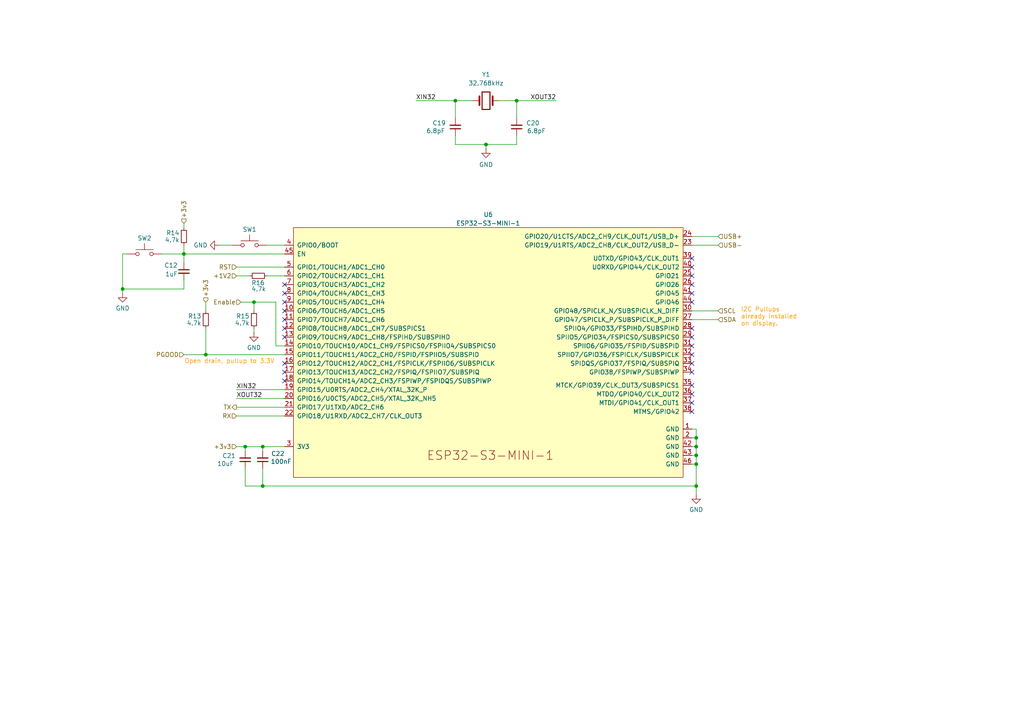
<source format=kicad_sch>
(kicad_sch (version 20231120) (generator "eeschema") (generator_version "8.0")
  (paper "A4")
  (title_block (title "Blockchain Guard") (date "2025-01-03") (rev "1.0.0") (company "Blockchain Guards UG"))
  (lib_symbols
    (symbol "Device:C_Small" (pin_numbers hide) (pin_names (offset 0.254) hide)
      (property "Reference" "C" (at 0.254 1.778 0))
      (property "Value" "C_Small" (at 0.254 -2.032 0))
      (symbol "C_Small_0_1"
        (polyline (pts (xy -1.524 -0.508) (xy 1.524 -0.508)) (stroke (width 0.3302)))
        (polyline (pts (xy -1.524 0.508) (xy 1.524 0.508)) (stroke (width 0.3048)))
      )
      (symbol "C_Small_1_1"
        (pin passive line (at 0 2.54 270) (length 2.032) (name "~") (number "1"))
        (pin passive line (at 0 -2.54 90) (length 2.032) (name "~") (number "2"))
      )
    )
    (symbol "Device:Crystal" (pin_numbers hide) (pin_names (offset 1.016) hide)
      (property "Reference" "Y" (at 0 3.81 0))
      (property "Value" "Crystal" (at 0 -3.81 0))
      (symbol "Crystal_0_1"
        (rectangle (start -1.143 2.54) (end 1.143 -2.54) (stroke (width 0.3048)))
        (polyline (pts (xy -2.54 0) (xy -1.905 0)))
        (polyline (pts (xy -1.905 -1.27) (xy -1.905 1.27)) (stroke (width 0.508)))
        (polyline (pts (xy 1.905 -1.27) (xy 1.905 1.27)) (stroke (width 0.508)))
        (polyline (pts (xy 2.54 0) (xy 1.905 0)))
      )
      (symbol "Crystal_1_1"
        (pin passive line (at -3.81 0 0) (length 1.27) (name "1") (number "1"))
        (pin passive line (at 3.81 0 180) (length 1.27) (name "2") (number "2"))
      )
    )
    (symbol "Device:R_Small" (pin_numbers hide) (pin_names (offset 0.254) hide)
      (property "Reference" "R" (at 0.762 0.508 0))
      (property "Value" "R_Small" (at 0.762 -1.016 0))
      (symbol "R_Small_0_1"
        (rectangle (start -0.762 1.778) (end 0.762 -1.778) (stroke (width 0.2032)))
      )
      (symbol "R_Small_1_1"
        (pin passive line (at 0 2.54 270) (length 0.762) (name "~") (number "1"))
        (pin passive line (at 0 -2.54 90) (length 0.762) (name "~") (number "2"))
      )
    )
    (symbol "Espressif:ESP32-S3-MINI-1" (pin_names (offset 1.016))
      (property "Reference" "U" (at 0 35.56 0))
      (property "Value" "ESP32-S3-MINI-1" (at 0 -39.37 0))
      (symbol "ESP32-S3-MINI-1_0_0"
        (rectangle (start -57.15 34.29) (end 55.88 -38.1) (fill (type background)))
        (text "ESP32-S3-MINI-1" (at 0 -31.75 0) (effects (font (size 2.54 2.54))))
        (pin power_in line (at 58.42 -24.13 180) (length 2.54) (name "GND") (number "1"))
        (pin bidirectional line (at -59.69 10.16 0) (length 2.54) (name "GPIO6/TOUCH6/ADC1_CH5") (number "10"))
        (pin bidirectional line (at -59.69 7.62 0) (length 2.54) (name "GPIO7/TOUCH7/ADC1_CH6") (number "11"))
        (pin bidirectional line (at -59.69 5.08 0) (length 2.54) (name "GPIO8/TOUCH8/ADC1_CH7/SUBSPICS1") (number "12"))
        (pin bidirectional line (at -59.69 2.54 0) (length 2.54) (name "GPIO9/TOUCH9/ADC1_CH8/FSPIHD/SUBSPIHD") (number "13"))
        (pin bidirectional line (at -59.69 0 0) (length 2.54) (name "GPIO10/TOUCH10/ADC1_CH9/FSPICS0/FSPIIO4/SUBSPICS0") (number "14"))
        (pin bidirectional line (at -59.69 -2.54 0) (length 2.54) (name "GPIO11/TOUCH11/ADC2_CH0/FSPID/FSPIIO5/SUBSPID") (number "15"))
        (pin bidirectional line (at -59.69 -5.08 0) (length 2.54) (name "GPIO12/TOUCH12/ADC2_CH1/FSPICLK/FSPIIO6/SUBSPICLK") (number "16"))
        (pin bidirectional line (at -59.69 -7.62 0) (length 2.54) (name "GPIO13/TOUCH13/ADC2_CH2/FSPIQ/FSPIIO7/SUBSPIQ") (number "17"))
        (pin bidirectional line (at -59.69 -10.16 0) (length 2.54) (name "GPIO14/TOUCH14/ADC2_CH3/FSPIWP/FSPIDQS/SUBSPIWP") (number "18"))
        (pin bidirectional line (at -59.69 -12.7 0) (length 2.54) (name "GPIO15/U0RTS/ADC2_CH4/XTAL_32K_P") (number "19"))
        (pin power_in line (at 58.42 -26.67 180) (length 2.54) (name "GND") (number "2"))
        (pin bidirectional line (at -59.69 -15.24 0) (length 2.54) (name "GPIO16/U0CTS/ADC2_CH5/XTAL_32K_NH5") (number "20"))
        (pin bidirectional line (at -59.69 -17.78 0) (length 2.54) (name "GPIO17/U1TXD/ADC2_CH6") (number "21"))
        (pin bidirectional line (at -59.69 -20.32 0) (length 2.54) (name "GPIO18/U1RXD/ADC2_CH7/CLK_OUT3") (number "22"))
        (pin bidirectional line (at 58.42 29.21 180) (length 2.54) (name "GPIO19/U1RTS/ADC2_CH8/CLK_OUT2/USB_D-") (number "23"))
        (pin bidirectional line (at 58.42 31.75 180) (length 2.54) (name "GPIO20/U1CTS/ADC2_CH9/CLK_OUT1/USB_D+") (number "24"))
        (pin bidirectional line (at 58.42 20.32 180) (length 2.54) (name "GPIO21") (number "25"))
        (pin bidirectional line (at 58.42 17.78 180) (length 2.54) (name "GPIO26") (number "26"))
        (pin bidirectional line (at 58.42 7.62 180) (length 2.54) (name "GPIO47/SPICLK_P/SUBSPICLK_P_DIFF") (number "27"))
        (pin bidirectional line (at 58.42 5.08 180) (length 2.54) (name "SPIIO4/GPIO33/FSPIHD/SUBSPIHD") (number "28"))
        (pin bidirectional line (at 58.42 2.54 180) (length 2.54) (name "SPIIO5/GPIO34/FSPICS0/SUBSPICS0") (number "29"))
        (pin power_in line (at -59.69 -29.21 0) (length 2.54) (name "3V3") (number "3"))
        (pin bidirectional line (at 58.42 10.16 180) (length 2.54) (name "GPIO48/SPICLK_N/SUBSPICLK_N_DIFF") (number "30"))
        (pin bidirectional line (at 58.42 0 180) (length 2.54) (name "SPIIO6/GPIO35/FSPID/SUBSPID") (number "31"))
        (pin bidirectional line (at 58.42 -2.54 180) (length 2.54) (name "SPIIO7/GPIO36/FSPICLK/SUBSPICLK") (number "32"))
        (pin bidirectional line (at 58.42 -5.08 180) (length 2.54) (name "SPIDQS/GPIO37/FSPIQ/SUBSPIQ") (number "33"))
        (pin bidirectional line (at 58.42 -7.62 180) (length 2.54) (name "GPIO38/FSPIWP/SUBSPIWP") (number "34"))
        (pin bidirectional line (at 58.42 -11.43 180) (length 2.54) (name "MTCK/GPIO39/CLK_OUT3/SUBSPICS1") (number "35"))
        (pin bidirectional line (at 58.42 -13.97 180) (length 2.54) (name "MTDO/GPIO40/CLK_OUT2") (number "36"))
        (pin bidirectional line (at 58.42 -16.51 180) (length 2.54) (name "MTDI/GPIO41/CLK_OUT1") (number "37"))
        (pin bidirectional line (at 58.42 -19.05 180) (length 2.54) (name "MTMS/GPIO42") (number "38"))
        (pin bidirectional line (at 58.42 25.4 180) (length 2.54) (name "U0TXD/GPIO43/CLK_OUT1") (number "39"))
        (pin bidirectional line (at -59.69 29.21 0) (length 2.54) (name "GPIO0/BOOT") (number "4"))
        (pin bidirectional line (at 58.42 22.86 180) (length 2.54) (name "U0RXD/GPIO44/CLK_OUT2") (number "40"))
        (pin bidirectional line (at 58.42 15.24 180) (length 2.54) (name "GPIO45") (number "41"))
        (pin power_in line (at 58.42 -29.21 180) (length 2.54) (name "GND") (number "42"))
        (pin power_in line (at 58.42 -31.75 180) (length 2.54) (name "GND") (number "43"))
        (pin bidirectional line (at 58.42 12.7 180) (length 2.54) (name "GPIO46") (number "44"))
        (pin input line (at -59.69 26.67 0) (length 2.54) (name "EN") (number "45"))
        (pin power_in line (at 58.42 -34.29 180) (length 2.54) (name "GND") (number "46"))
        (pin bidirectional line (at -59.69 22.86 0) (length 2.54) (name "GPIO1/TOUCH1/ADC1_CH0") (number "5"))
        (pin bidirectional line (at -59.69 20.32 0) (length 2.54) (name "GPIO2/TOUCH2/ADC1_CH1") (number "6"))
        (pin bidirectional line (at -59.69 17.78 0) (length 2.54) (name "GPIO3/TOUCH3/ADC1_CH2") (number "7"))
        (pin bidirectional line (at -59.69 15.24 0) (length 2.54) (name "GPIO4/TOUCH4/ADC1_CH3") (number "8"))
        (pin bidirectional line (at -59.69 12.7 0) (length 2.54) (name "GPIO5/TOUCH5/ADC1_CH4") (number "9"))
      )
    )
    (symbol "Switch:SW_Push" (pin_numbers hide) (pin_names (offset 1.016) hide)
      (property "Reference" "SW" (at 1.27 2.54 0))
      (property "Value" "SW_Push" (at 0 -1.524 0))
      (symbol "SW_Push_0_1"
        (circle (center -2.032 0) (radius 0.508))
        (polyline (pts (xy 0 1.27) (xy 0 3.048)))
        (polyline (pts (xy 2.54 1.27) (xy -2.54 1.27)))
        (circle (center 2.032 0) (radius 0.508))
        (pin passive line (at -5.08 0 0) (length 2.54) (name "1") (number "1"))
        (pin passive line (at 5.08 0 180) (length 2.54) (name "2") (number "2"))
      )
    )
    (symbol "power:GND" (power) (pin_numbers hide) (pin_names (offset 0) hide)
      (property "Value" "GND" (at 0 -3.81 0))
      (symbol "GND_0_1"
        (polyline (pts (xy 0 0) (xy 0 -1.27) (xy 1.27 -1.27) (xy 0 -2.54) (xy -1.27 -1.27) (xy 0 -1.27)))
      )
      (symbol "GND_1_1"
        (pin power_in line (at 0 0 270) (length 0) (name "~") (number "1"))
      )
    )
  )
  (junction (at 59.69 102.87))
  (junction (at 71.12 129.54))
  (junction (at 53.34 73.66))
  (junction (at 201.93 127))
  (junction (at 73.66 87.63))
  (junction (at 201.93 132.08))
  (junction (at 132.08 29.21))
  (junction (at 201.93 134.62))
  (junction (at 201.93 140.97))
  (junction (at 35.56 83.82))
  (junction (at 140.97 41.91))
  (junction (at 76.2 129.54))
  (junction (at 149.86 29.21))
  (junction (at 201.93 129.54))
  (junction (at 76.2 140.97))
  (no_connect (at 200.66 97.79))
  (no_connect (at 82.55 110.49))
  (no_connect (at 200.66 80.01))
  (no_connect (at 200.66 95.25))
  (no_connect (at 82.55 97.79))
  (no_connect (at 82.55 85.09))
  (no_connect (at 200.66 111.76))
  (no_connect (at 82.55 107.95))
  (no_connect (at 82.55 105.41))
  (no_connect (at 200.66 87.63))
  (no_connect (at 200.66 102.87))
  (no_connect (at 82.55 82.55))
  (no_connect (at 200.66 82.55))
  (no_connect (at 200.66 100.33))
  (no_connect (at 200.66 105.41))
  (no_connect (at 200.66 116.84))
  (no_connect (at 200.66 77.47))
  (no_connect (at 200.66 74.93))
  (no_connect (at 82.55 95.25))
  (no_connect (at 200.66 114.3))
  (no_connect (at 200.66 107.95))
  (no_connect (at 200.66 119.38))
  (no_connect (at 200.66 85.09))
  (no_connect (at 82.55 87.63))
  (no_connect (at 82.55 90.17))
  (no_connect (at 82.55 92.71))
  (wire (pts (xy 200.66 71.12) (xy 208.28 71.12)))
  (wire (pts (xy 69.85 87.63) (xy 73.66 87.63)))
  (wire (pts (xy 200.66 68.58) (xy 208.28 68.58)))
  (wire (pts (xy 35.56 73.66) (xy 36.83 73.66)))
  (wire (pts (xy 201.93 129.54) (xy 201.93 132.08)))
  (wire (pts (xy 132.08 41.91) (xy 140.97 41.91)))
  (wire (pts (xy 53.34 83.82) (xy 35.56 83.82)))
  (wire (pts (xy 140.97 41.91) (xy 140.97 43.18)))
  (wire (pts (xy 53.34 81.28) (xy 53.34 83.82)))
  (wire (pts (xy 59.69 87.63) (xy 59.69 90.17)))
  (wire (pts (xy 149.86 29.21) (xy 149.86 34.29)))
  (wire (pts (xy 76.2 140.97) (xy 71.12 140.97)))
  (wire (pts (xy 200.66 92.71) (xy 208.28 92.71)))
  (wire (pts (xy 201.93 127) (xy 201.93 129.54)))
  (wire (pts (xy 73.66 87.63) (xy 73.66 90.17)))
  (wire (pts (xy 68.58 129.54) (xy 71.12 129.54)))
  (wire (pts (xy 68.58 120.65) (xy 82.55 120.65)))
  (wire (pts (xy 200.66 134.62) (xy 201.93 134.62)))
  (wire (pts (xy 35.56 83.82) (xy 35.56 85.09)))
  (wire (pts (xy 71.12 130.81) (xy 71.12 129.54)))
  (wire (pts (xy 80.01 87.63) (xy 80.01 100.33)))
  (wire (pts (xy 120.65 29.21) (xy 132.08 29.21)))
  (wire (pts (xy 200.66 132.08) (xy 201.93 132.08)))
  (wire (pts (xy 68.58 77.47) (xy 82.55 77.47)))
  (wire (pts (xy 82.55 73.66) (xy 53.34 73.66)))
  (wire (pts (xy 201.93 132.08) (xy 201.93 134.62)))
  (wire (pts (xy 53.34 64.77) (xy 53.34 66.04)))
  (wire (pts (xy 80.01 100.33) (xy 82.55 100.33)))
  (wire (pts (xy 132.08 29.21) (xy 132.08 34.29)))
  (wire (pts (xy 201.93 140.97) (xy 201.93 143.51)))
  (wire (pts (xy 200.66 90.17) (xy 208.28 90.17)))
  (wire (pts (xy 132.08 29.21) (xy 137.16 29.21)))
  (wire (pts (xy 201.93 134.62) (xy 201.93 140.97)))
  (wire (pts (xy 53.34 102.87) (xy 59.69 102.87)))
  (wire (pts (xy 46.99 73.66) (xy 53.34 73.66)))
  (wire (pts (xy 73.66 87.63) (xy 80.01 87.63)))
  (wire (pts (xy 68.58 115.57) (xy 82.55 115.57)))
  (wire (pts (xy 200.66 127) (xy 201.93 127)))
  (wire (pts (xy 68.58 118.11) (xy 82.55 118.11)))
  (wire (pts (xy 149.86 29.21) (xy 161.29 29.21)))
  (wire (pts (xy 200.66 124.46) (xy 201.93 124.46)))
  (wire (pts (xy 53.34 73.66) (xy 53.34 71.12)))
  (wire (pts (xy 200.66 129.54) (xy 201.93 129.54)))
  (wire (pts (xy 144.78 29.21) (xy 149.86 29.21)))
  (wire (pts (xy 149.86 41.91) (xy 149.86 39.37)))
  (wire (pts (xy 71.12 140.97) (xy 71.12 135.89)))
  (wire (pts (xy 140.97 41.91) (xy 149.86 41.91)))
  (wire (pts (xy 68.58 113.03) (xy 82.55 113.03)))
  (wire (pts (xy 76.2 130.81) (xy 76.2 129.54)))
  (wire (pts (xy 59.69 102.87) (xy 82.55 102.87)))
  (wire (pts (xy 73.66 95.25) (xy 73.66 96.52)))
  (wire (pts (xy 71.12 129.54) (xy 76.2 129.54)))
  (wire (pts (xy 77.47 80.01) (xy 82.55 80.01)))
  (wire (pts (xy 76.2 135.89) (xy 76.2 140.97)))
  (wire (pts (xy 132.08 39.37) (xy 132.08 41.91)))
  (wire (pts (xy 76.2 129.54) (xy 82.55 129.54)))
  (wire (pts (xy 68.58 80.01) (xy 72.39 80.01)))
  (wire (pts (xy 77.47 71.12) (xy 82.55 71.12)))
  (wire (pts (xy 53.34 73.66) (xy 53.34 76.2)))
  (wire (pts (xy 63.5 71.12) (xy 67.31 71.12)))
  (wire (pts (xy 201.93 140.97) (xy 76.2 140.97)))
  (wire (pts (xy 201.93 124.46) (xy 201.93 127)))
  (wire (pts (xy 35.56 83.82) (xy 35.56 73.66)))
  (wire (pts (xy 59.69 95.25) (xy 59.69 102.87)))
  (text "Open drain, pullup to 3.3V" (at 66.548 104.902 0) (effects (font (size 1.27 1.27))))
  (text "I2C Pullups \nalready installed \non display." (at 214.884 91.948 0) (effects (font (size 1.27 1.27)) (justify left)))
  (label "XIN32" (at 120.65 29.21 0))
  (label "XIN32" (at 68.58 113.03 0))
  (label "XOUT32" (at 161.29 29.21 180))
  (label "XOUT32" (at 68.58 115.57 0))
  (hierarchical_label "SDA" (shape input) (at 208.28 92.71 0))
  (hierarchical_label "RX" (shape input) (at 68.58 120.65 180))
  (hierarchical_label "USB+" (shape input) (at 208.28 68.58 0))
  (hierarchical_label "Enable" (shape input) (at 69.85 87.63 180))
  (hierarchical_label "TX" (shape output) (at 68.58 118.11 180))
  (hierarchical_label "+1V2" (shape input) (at 68.58 80.01 180))
  (hierarchical_label "+3v3" (shape input) (at 68.58 129.54 180))
  (hierarchical_label "USB-" (shape input) (at 208.28 71.12 0))
  (hierarchical_label "+3v3" (shape input) (at 59.69 87.63 90))
  (hierarchical_label "PGOOD" (shape input) (at 53.34 102.87 180))
  (hierarchical_label "RST" (shape input) (at 68.58 77.47 180))
  (hierarchical_label "SCL" (shape input) (at 208.28 90.17 0))
  (hierarchical_label "+3v3" (shape input) (at 53.34 64.77 90))
  (symbol (lib_id "Device:R_Small") (at 53.34 68.58 180) (unit 1)
    (property "Reference" "R14" (at 52.07 67.564 0) (effects (justify left)))
    (property "Value" "4.7k" (at 52.07 69.596 0) (effects (justify left)))
    (property "Footprint" "Resistor_SMD:R_0603_1608Metric" (effects (hide yes)))
    (property "Datasheet" "https://www.lcsc.com/datasheet/lcsc_datasheet_2304140030_YAGEO-RC0603JR-074K7L_C105428.pdf" (effects (hide yes)))
    (property "LCSC" "C105428" (effects (hide yes)))
  )
  (symbol (lib_id "power:GND") (at 73.66 96.52 0) (unit 1)
    (property "Reference" "#PWR022" (effects (hide yes)))
    (property "Value" "GND" (at 73.66 100.838 0))
    (property "Description" "Power symbol creates a global label with name \"GND\" , ground" (effects (hide yes)))
  )
  (symbol (lib_id "power:GND") (at 201.93 143.51 0) (unit 1)
    (property "Reference" "#PWR012" (effects (hide yes)))
    (property "Value" "GND" (at 201.93 147.828 0))
    (property "Description" "Power symbol creates a global label with name \"GND\" , ground" (effects (hide yes)))
  )
  (symbol (lib_id "Espressif:ESP32-S3-MINI-1") (at 142.24 100.33 0) (unit 1)
    (property "Reference" "U6" (at 141.605 62.23 0))
    (property "Value" "ESP32-S3-MINI-1" (at 141.605 64.77 0))
    (property "Footprint" "Espressif:ESP32-S3-MINI-1" (effects (hide yes)))
    (property "Datasheet" "https://www.espressif.com/sites/default/files/documentation/esp32-s3-mini-1_mini-1u_datasheet_en.pdf" (effects (hide yes)))
    (property "Description" "Smallsized module supporting 2.4 GHz WiFi (802.11 b/g/n) and Bluetooth ® 5 (LE) Built around ESP32S3 series of SoCs, Xtensa ® dualcore 32bit LX7 microprocessor Flash up to 8 MB, optional 2 MB PSRAM in chip package 39 GPIOs, rich set of peripherals Onboard PCB antenna or external antenna connector" (effects (hide yes)))
  )
  (symbol (lib_id "Device:C_Small") (at 53.34 78.74 0) (mirror y) (unit 1)
    (property "Reference" "C12" (at 51.562 76.962 0) (effects (justify left)))
    (property "Value" "1uF" (at 51.562 79.502 0) (effects (justify left)))
    (property "Footprint" "Capacitor_SMD:C_0603_1608Metric" (effects (hide yes)))
    (property "Datasheet" "https://www.lcsc.com/datasheet/lcsc_datasheet_2209191700_Samsung-Electro-Mechanics-CL10A105KO8NNNC_C1592.pdf" (effects (hide yes)))
    (property "LCSC" "C1592" (effects (hide yes)))
  )
  (symbol (lib_id "Device:C_Small") (at 71.12 133.35 180) (unit 1)
    (property "Reference" "C21" (at 66.421 132.207 0))
    (property "Value" "10uF" (at 65.405 134.493 0))
    (property "Footprint" "Capacitor_SMD:C_0603_1608Metric" (effects (hide yes)))
    (property "Datasheet" "https://www.lcsc.com/datasheet/lcsc_datasheet_2304140030_Samsung-Electro-Mechanics-CL10A106KP8NNNC_C19702.pdf" (effects (hide yes)))
    (property "LCSC" "C19702" (effects (hide yes)))
  )
  (symbol (lib_id "Device:R_Small") (at 74.93 80.01 270) (unit 1)
    (property "Reference" "R16" (at 72.898 82.042 90) (effects (justify left)))
    (property "Value" "4.7k" (at 72.898 83.82 90) (effects (justify left)))
    (property "Footprint" "Resistor_SMD:R_0603_1608Metric" (effects (hide yes)))
    (property "Datasheet" "https://www.lcsc.com/datasheet/lcsc_datasheet_2304140030_YAGEO-RC0603JR-074K7L_C105428.pdf" (effects (hide yes)))
    (property "LCSC" "C105428" (effects (hide yes)))
  )
  (symbol (lib_id "Switch:SW_Push") (at 41.91 73.66 0) (unit 1)
    (property "Reference" "SW2" (at 41.91 69.088 0))
    (property "Value" "SW_Push" (effects (hide yes)))
    (property "Footprint" "Switch_BK:TS-1088R-02526" (effects (hide yes)))
    (property "Datasheet" "https://www.lcsc.com/datasheet/lcsc_datasheet_1912111437_XUNPU-TS-1088R-02526_C455281.pdf" (effects (hide yes)))
    (property "LCSC" "C455281" (effects (hide yes)))
  )
  (symbol (lib_id "power:GND") (at 63.5 71.12 270) (unit 1)
    (property "Reference" "#PWR02" (effects (hide yes)))
    (property "Value" "GND" (at 58.166 71.12 90))
    (property "Description" "Power symbol creates a global label with name \"GND\" , ground" (effects (hide yes)))
  )
  (symbol (lib_id "Switch:SW_Push") (at 72.39 71.12 0) (unit 1)
    (property "Reference" "SW1" (at 72.39 66.548 0))
    (property "Value" "SW_Push" (effects (hide yes)))
    (property "Footprint" "Switch_BK:TS-1088R-02526" (effects (hide yes)))
    (property "Datasheet" "https://www.lcsc.com/datasheet/lcsc_datasheet_1912111437_XUNPU-TS-1088R-02526_C455281.pdf" (effects (hide yes)))
    (property "LCSC" "C455281" (effects (hide yes)))
  )
  (symbol (lib_id "power:GND") (at 140.97 43.18 0) (unit 1)
    (property "Reference" "#PWR011" (effects (hide yes)))
    (property "Value" "GND" (at 140.97 47.752 0))
    (property "Description" "Power symbol creates a global label with name \"GND\" , ground" (effects (hide yes)))
  )
  (symbol (lib_id "Device:C_Small") (at 149.86 36.83 0) (mirror x) (unit 1)
    (property "Reference" "C20" (at 154.559 35.687 0))
    (property "Value" "6.8pF" (at 155.575 37.973 0))
    (property "Footprint" "Capacitor_SMD:C_0603_1608Metric" (effects (hide yes)))
    (property "Datasheet" "https://www.lcsc.com/datasheet/lcsc_datasheet_2304140030_YAGEO-CC0603CRNPO9BN6R8_C282251.pdf" (effects (hide yes)))
    (property "LCSC" "C282251" (effects (hide yes)))
  )
  (symbol (lib_id "Device:C_Small") (at 76.2 133.35 180) (unit 1)
    (property "Reference" "C22" (at 82.55 131.572 0) (effects (justify left)))
    (property "Value" "100nF" (at 84.582 133.858 0) (effects (justify left)))
    (property "Footprint" "Capacitor_SMD:C_0603_1608Metric" (effects (hide yes)))
    (property "Datasheet" "https://www.lcsc.com/datasheet/lcsc_datasheet_2304140030_FH--Guangdong-Fenghua-Advanced-Tech-0603F104M500NT_C42998.pdf" (effects (hide yes)))
    (property "LCSC" "C42998" (effects (hide yes)))
  )
  (symbol (lib_id "Device:Crystal") (at 140.97 29.21 0) (unit 1)
    (property "Reference" "Y1" (at 140.97 21.59 0))
    (property "Value" "32.768kHz" (at 140.97 24.13 0))
    (property "Footprint" "Crystal:Crystal_SMD_3215-2Pin_3.2x1.5mm" (effects (hide yes)))
    (property "Datasheet" "https://www.lcsc.com/datasheet/lcsc_datasheet_2410010232_Seiko-SC-32S32-768kHz20PPM7pF_C97604.pdf" (effects (hide yes)))
    (property "LCSC" "C97604" (effects (hide yes)))
  )
  (symbol (lib_id "Device:R_Small") (at 59.69 92.71 180) (unit 1)
    (property "Reference" "R13" (at 58.42 91.694 0) (effects (justify left)))
    (property "Value" "4.7k" (at 58.42 93.726 0) (effects (justify left)))
    (property "Footprint" "Resistor_SMD:R_0603_1608Metric" (effects (hide yes)))
    (property "Datasheet" "https://www.lcsc.com/datasheet/lcsc_datasheet_2304140030_YAGEO-RC0603JR-074K7L_C105428.pdf" (effects (hide yes)))
    (property "LCSC" "C105428" (effects (hide yes)))
  )
  (symbol (lib_id "Device:R_Small") (at 73.66 92.71 180) (unit 1)
    (property "Reference" "R15" (at 72.39 91.694 0) (effects (justify left)))
    (property "Value" "4.7k" (at 72.39 93.726 0) (effects (justify left)))
    (property "Footprint" "Resistor_SMD:R_0603_1608Metric" (effects (hide yes)))
    (property "Datasheet" "https://www.lcsc.com/datasheet/lcsc_datasheet_2304140030_YAGEO-RC0603JR-074K7L_C105428.pdf" (effects (hide yes)))
    (property "LCSC" "C105428" (effects (hide yes)))
  )
  (symbol (lib_id "Device:C_Small") (at 132.08 36.83 180) (unit 1)
    (property "Reference" "C19" (at 127.381 35.687 0))
    (property "Value" "6.8pF" (at 126.365 37.973 0))
    (property "Footprint" "Capacitor_SMD:C_0603_1608Metric" (effects (hide yes)))
    (property "Datasheet" "https://www.lcsc.com/datasheet/lcsc_datasheet_2304140030_YAGEO-CC0603CRNPO9BN6R8_C282251.pdf" (effects (hide yes)))
    (property "LCSC" "C282251" (effects (hide yes)))
  )
  (symbol (lib_id "power:GND") (at 35.56 85.09 0) (unit 1)
    (property "Reference" "#PWR017" (effects (hide yes)))
    (property "Value" "GND" (at 35.56 89.408 0))
    (property "Description" "Power symbol creates a global label with name \"GND\" , ground" (effects (hide yes)))
  )
)
</source>
